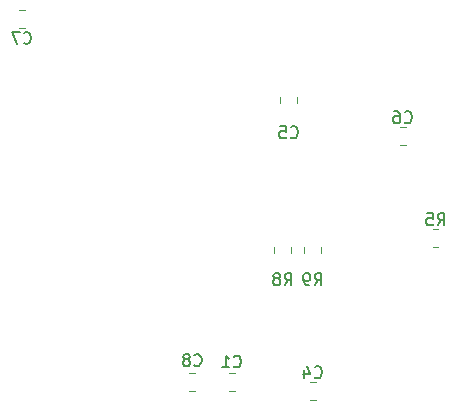
<source format=gbr>
%TF.GenerationSoftware,KiCad,Pcbnew,(5.1.12)-1*%
%TF.CreationDate,2025-06-06T13:01:38+02:00*%
%TF.ProjectId,telecommande,74656c65-636f-46d6-9d61-6e64652e6b69,rev?*%
%TF.SameCoordinates,Original*%
%TF.FileFunction,Legend,Bot*%
%TF.FilePolarity,Positive*%
%FSLAX46Y46*%
G04 Gerber Fmt 4.6, Leading zero omitted, Abs format (unit mm)*
G04 Created by KiCad (PCBNEW (5.1.12)-1) date 2025-06-06 13:01:38*
%MOMM*%
%LPD*%
G01*
G04 APERTURE LIST*
%ADD10C,0.120000*%
%ADD11C,0.150000*%
G04 APERTURE END LIST*
D10*
%TO.C,R5*%
X119607064Y-106399000D02*
X119152936Y-106399000D01*
X119607064Y-104929000D02*
X119152936Y-104929000D01*
%TO.C,R9*%
X109701000Y-106452936D02*
X109701000Y-106907064D01*
X108231000Y-106452936D02*
X108231000Y-106907064D01*
%TO.C,R8*%
X107161000Y-106452936D02*
X107161000Y-106907064D01*
X105691000Y-106452936D02*
X105691000Y-106907064D01*
%TO.C,C8*%
X98523248Y-117121000D02*
X99045752Y-117121000D01*
X98523248Y-118591000D02*
X99045752Y-118591000D01*
%TO.C,C7*%
X84066748Y-86387000D02*
X84589252Y-86387000D01*
X84066748Y-87857000D02*
X84589252Y-87857000D01*
%TO.C,C6*%
X116324748Y-96293000D02*
X116847252Y-96293000D01*
X116324748Y-97763000D02*
X116847252Y-97763000D01*
%TO.C,C5*%
X107669000Y-93718748D02*
X107669000Y-94241252D01*
X106199000Y-93718748D02*
X106199000Y-94241252D01*
%TO.C,C4*%
X108704748Y-117883000D02*
X109227252Y-117883000D01*
X108704748Y-119353000D02*
X109227252Y-119353000D01*
%TO.C,C1*%
X102369252Y-118591000D02*
X101846748Y-118591000D01*
X102369252Y-117121000D02*
X101846748Y-117121000D01*
%TO.C,R5*%
D11*
X119546666Y-104592380D02*
X119880000Y-104116190D01*
X120118095Y-104592380D02*
X120118095Y-103592380D01*
X119737142Y-103592380D01*
X119641904Y-103640000D01*
X119594285Y-103687619D01*
X119546666Y-103782857D01*
X119546666Y-103925714D01*
X119594285Y-104020952D01*
X119641904Y-104068571D01*
X119737142Y-104116190D01*
X120118095Y-104116190D01*
X118641904Y-103592380D02*
X119118095Y-103592380D01*
X119165714Y-104068571D01*
X119118095Y-104020952D01*
X119022857Y-103973333D01*
X118784761Y-103973333D01*
X118689523Y-104020952D01*
X118641904Y-104068571D01*
X118594285Y-104163809D01*
X118594285Y-104401904D01*
X118641904Y-104497142D01*
X118689523Y-104544761D01*
X118784761Y-104592380D01*
X119022857Y-104592380D01*
X119118095Y-104544761D01*
X119165714Y-104497142D01*
%TO.C,R9*%
X109132666Y-109672380D02*
X109466000Y-109196190D01*
X109704095Y-109672380D02*
X109704095Y-108672380D01*
X109323142Y-108672380D01*
X109227904Y-108720000D01*
X109180285Y-108767619D01*
X109132666Y-108862857D01*
X109132666Y-109005714D01*
X109180285Y-109100952D01*
X109227904Y-109148571D01*
X109323142Y-109196190D01*
X109704095Y-109196190D01*
X108656476Y-109672380D02*
X108466000Y-109672380D01*
X108370761Y-109624761D01*
X108323142Y-109577142D01*
X108227904Y-109434285D01*
X108180285Y-109243809D01*
X108180285Y-108862857D01*
X108227904Y-108767619D01*
X108275523Y-108720000D01*
X108370761Y-108672380D01*
X108561238Y-108672380D01*
X108656476Y-108720000D01*
X108704095Y-108767619D01*
X108751714Y-108862857D01*
X108751714Y-109100952D01*
X108704095Y-109196190D01*
X108656476Y-109243809D01*
X108561238Y-109291428D01*
X108370761Y-109291428D01*
X108275523Y-109243809D01*
X108227904Y-109196190D01*
X108180285Y-109100952D01*
%TO.C,R8*%
X106592666Y-109672380D02*
X106926000Y-109196190D01*
X107164095Y-109672380D02*
X107164095Y-108672380D01*
X106783142Y-108672380D01*
X106687904Y-108720000D01*
X106640285Y-108767619D01*
X106592666Y-108862857D01*
X106592666Y-109005714D01*
X106640285Y-109100952D01*
X106687904Y-109148571D01*
X106783142Y-109196190D01*
X107164095Y-109196190D01*
X106021238Y-109100952D02*
X106116476Y-109053333D01*
X106164095Y-109005714D01*
X106211714Y-108910476D01*
X106211714Y-108862857D01*
X106164095Y-108767619D01*
X106116476Y-108720000D01*
X106021238Y-108672380D01*
X105830761Y-108672380D01*
X105735523Y-108720000D01*
X105687904Y-108767619D01*
X105640285Y-108862857D01*
X105640285Y-108910476D01*
X105687904Y-109005714D01*
X105735523Y-109053333D01*
X105830761Y-109100952D01*
X106021238Y-109100952D01*
X106116476Y-109148571D01*
X106164095Y-109196190D01*
X106211714Y-109291428D01*
X106211714Y-109481904D01*
X106164095Y-109577142D01*
X106116476Y-109624761D01*
X106021238Y-109672380D01*
X105830761Y-109672380D01*
X105735523Y-109624761D01*
X105687904Y-109577142D01*
X105640285Y-109481904D01*
X105640285Y-109291428D01*
X105687904Y-109196190D01*
X105735523Y-109148571D01*
X105830761Y-109100952D01*
%TO.C,C8*%
X98951166Y-116435142D02*
X98998785Y-116482761D01*
X99141642Y-116530380D01*
X99236880Y-116530380D01*
X99379738Y-116482761D01*
X99474976Y-116387523D01*
X99522595Y-116292285D01*
X99570214Y-116101809D01*
X99570214Y-115958952D01*
X99522595Y-115768476D01*
X99474976Y-115673238D01*
X99379738Y-115578000D01*
X99236880Y-115530380D01*
X99141642Y-115530380D01*
X98998785Y-115578000D01*
X98951166Y-115625619D01*
X98379738Y-115958952D02*
X98474976Y-115911333D01*
X98522595Y-115863714D01*
X98570214Y-115768476D01*
X98570214Y-115720857D01*
X98522595Y-115625619D01*
X98474976Y-115578000D01*
X98379738Y-115530380D01*
X98189261Y-115530380D01*
X98094023Y-115578000D01*
X98046404Y-115625619D01*
X97998785Y-115720857D01*
X97998785Y-115768476D01*
X98046404Y-115863714D01*
X98094023Y-115911333D01*
X98189261Y-115958952D01*
X98379738Y-115958952D01*
X98474976Y-116006571D01*
X98522595Y-116054190D01*
X98570214Y-116149428D01*
X98570214Y-116339904D01*
X98522595Y-116435142D01*
X98474976Y-116482761D01*
X98379738Y-116530380D01*
X98189261Y-116530380D01*
X98094023Y-116482761D01*
X98046404Y-116435142D01*
X97998785Y-116339904D01*
X97998785Y-116149428D01*
X98046404Y-116054190D01*
X98094023Y-116006571D01*
X98189261Y-115958952D01*
%TO.C,C7*%
X84494666Y-89159142D02*
X84542285Y-89206761D01*
X84685142Y-89254380D01*
X84780380Y-89254380D01*
X84923238Y-89206761D01*
X85018476Y-89111523D01*
X85066095Y-89016285D01*
X85113714Y-88825809D01*
X85113714Y-88682952D01*
X85066095Y-88492476D01*
X85018476Y-88397238D01*
X84923238Y-88302000D01*
X84780380Y-88254380D01*
X84685142Y-88254380D01*
X84542285Y-88302000D01*
X84494666Y-88349619D01*
X84161333Y-88254380D02*
X83494666Y-88254380D01*
X83923238Y-89254380D01*
%TO.C,C6*%
X116752666Y-95861142D02*
X116800285Y-95908761D01*
X116943142Y-95956380D01*
X117038380Y-95956380D01*
X117181238Y-95908761D01*
X117276476Y-95813523D01*
X117324095Y-95718285D01*
X117371714Y-95527809D01*
X117371714Y-95384952D01*
X117324095Y-95194476D01*
X117276476Y-95099238D01*
X117181238Y-95004000D01*
X117038380Y-94956380D01*
X116943142Y-94956380D01*
X116800285Y-95004000D01*
X116752666Y-95051619D01*
X115895523Y-94956380D02*
X116086000Y-94956380D01*
X116181238Y-95004000D01*
X116228857Y-95051619D01*
X116324095Y-95194476D01*
X116371714Y-95384952D01*
X116371714Y-95765904D01*
X116324095Y-95861142D01*
X116276476Y-95908761D01*
X116181238Y-95956380D01*
X115990761Y-95956380D01*
X115895523Y-95908761D01*
X115847904Y-95861142D01*
X115800285Y-95765904D01*
X115800285Y-95527809D01*
X115847904Y-95432571D01*
X115895523Y-95384952D01*
X115990761Y-95337333D01*
X116181238Y-95337333D01*
X116276476Y-95384952D01*
X116324095Y-95432571D01*
X116371714Y-95527809D01*
%TO.C,C5*%
X107100666Y-97131142D02*
X107148285Y-97178761D01*
X107291142Y-97226380D01*
X107386380Y-97226380D01*
X107529238Y-97178761D01*
X107624476Y-97083523D01*
X107672095Y-96988285D01*
X107719714Y-96797809D01*
X107719714Y-96654952D01*
X107672095Y-96464476D01*
X107624476Y-96369238D01*
X107529238Y-96274000D01*
X107386380Y-96226380D01*
X107291142Y-96226380D01*
X107148285Y-96274000D01*
X107100666Y-96321619D01*
X106195904Y-96226380D02*
X106672095Y-96226380D01*
X106719714Y-96702571D01*
X106672095Y-96654952D01*
X106576857Y-96607333D01*
X106338761Y-96607333D01*
X106243523Y-96654952D01*
X106195904Y-96702571D01*
X106148285Y-96797809D01*
X106148285Y-97035904D01*
X106195904Y-97131142D01*
X106243523Y-97178761D01*
X106338761Y-97226380D01*
X106576857Y-97226380D01*
X106672095Y-97178761D01*
X106719714Y-97131142D01*
%TO.C,C4*%
X109132666Y-117451142D02*
X109180285Y-117498761D01*
X109323142Y-117546380D01*
X109418380Y-117546380D01*
X109561238Y-117498761D01*
X109656476Y-117403523D01*
X109704095Y-117308285D01*
X109751714Y-117117809D01*
X109751714Y-116974952D01*
X109704095Y-116784476D01*
X109656476Y-116689238D01*
X109561238Y-116594000D01*
X109418380Y-116546380D01*
X109323142Y-116546380D01*
X109180285Y-116594000D01*
X109132666Y-116641619D01*
X108275523Y-116879714D02*
X108275523Y-117546380D01*
X108513619Y-116498761D02*
X108751714Y-117213047D01*
X108132666Y-117213047D01*
%TO.C,C1*%
X102274666Y-116533142D02*
X102322285Y-116580761D01*
X102465142Y-116628380D01*
X102560380Y-116628380D01*
X102703238Y-116580761D01*
X102798476Y-116485523D01*
X102846095Y-116390285D01*
X102893714Y-116199809D01*
X102893714Y-116056952D01*
X102846095Y-115866476D01*
X102798476Y-115771238D01*
X102703238Y-115676000D01*
X102560380Y-115628380D01*
X102465142Y-115628380D01*
X102322285Y-115676000D01*
X102274666Y-115723619D01*
X101322285Y-116628380D02*
X101893714Y-116628380D01*
X101608000Y-116628380D02*
X101608000Y-115628380D01*
X101703238Y-115771238D01*
X101798476Y-115866476D01*
X101893714Y-115914095D01*
%TD*%
M02*

</source>
